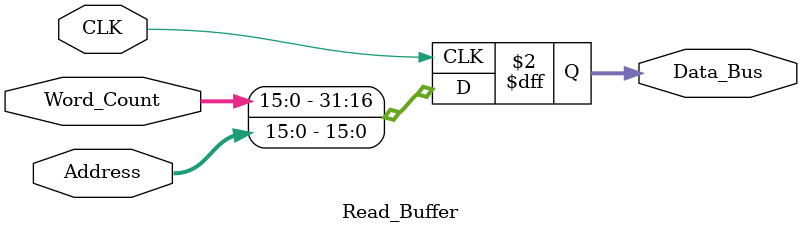
<source format=v>
module Read_Buffer(CLK, Word_Count, Address, Data_Bus);

input CLK;
input [15:0] Address, Word_Count;
output reg [31:0] Data_Bus;
always @(posedge CLK)
	begin
	Data_Bus = { Word_Count, Address };
	end

endmodule
</source>
